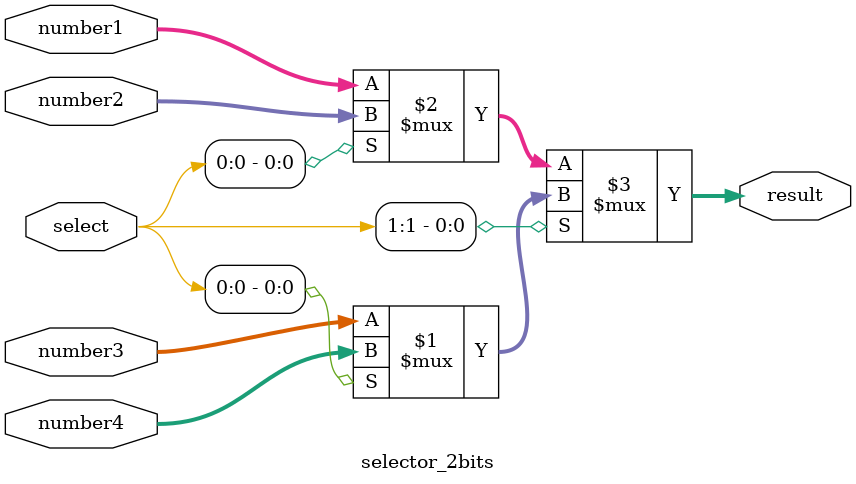
<source format=v>
/***********************************************
Module Name:   selector_2bits
Feature:       Slector with 2 bits select (4 conditions)
Coder:         Garfield
Organization:  XXXX Group, Department of Architecture
------------------------------------------------------
Input ports:   Number1,Number2, Number3, Number4 8 bits, operents
               Select, 2 bits, select_flag
Output Ports:  Result, 8 bits, 
               when select = 2'b00: Number1
					     when select = 2'b01: Number2
					     when select = 2'b10: Number3
					     when select = 2'b11: Number4
------------------------------------------------------
History:
12-14-2015: First Version by Garfield
12-14-2015: First verified by Selector_2bits_test
***********************************************/

module selector_2bits
  ( 
    input[7:0] number1, number2, number3, number4,
	 input[1:0] select,
    output[7:0] result 
  );
  
//Load other module(s)

//Definition for Variables in the module

//Logical
assign result = (select[1]) ? ( (select[0]) ? number4 : number3 )
                     : ( (select[0]) ? number2 : number1 );

endmodule
</source>
